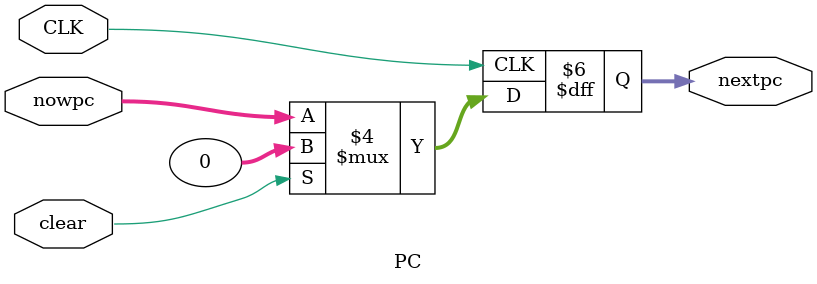
<source format=v>
module PC(
    input CLK,
    input   [31:0] nowpc,
    input clear,
    output reg [31:0]   nextpc
    
);

initial begin    
        nextpc <= 0;   
    end 

always @(negedge CLK) begin
    if(clear)
        nextpc <= 32'b0;
    else
        nextpc <= nowpc;
end


endmodule 
</source>
